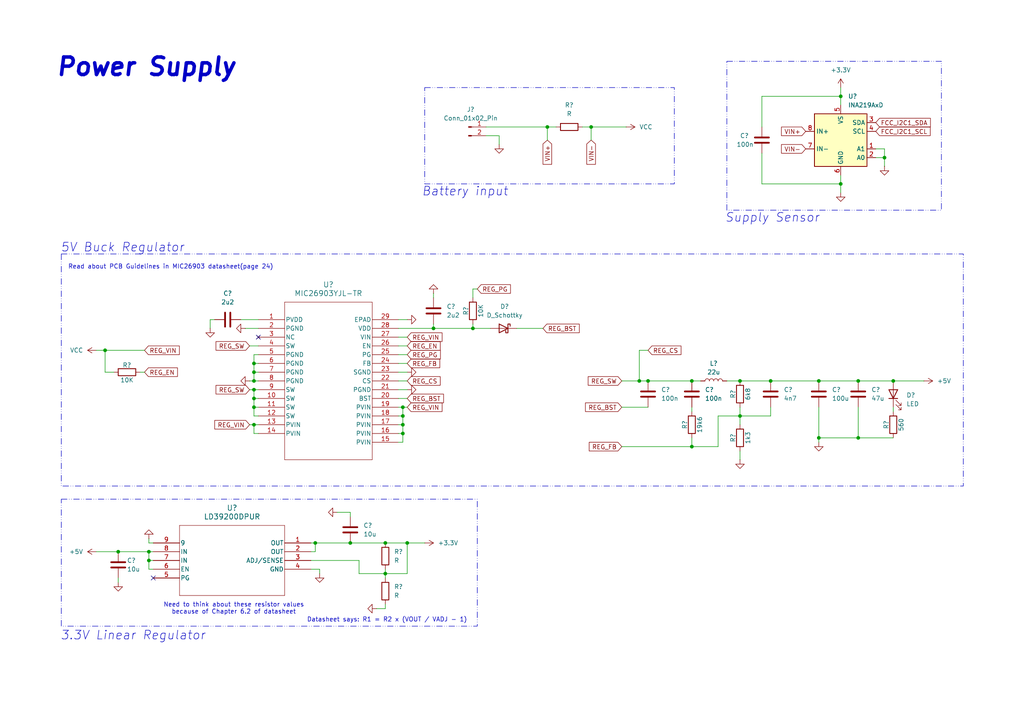
<source format=kicad_sch>
(kicad_sch (version 20250114) (generator "eeschema") (generator_version "9.0")
  (paper "A4")
  (lib_symbols
    (symbol "Connector:Conn_01x02_Pin" (pin_names (offset 1.016) (hide yes))
      (property "Reference" "J" (at 0 2.54 0))
      (property "Value" "Conn_01x02_Pin" (at 0 -5.08 0))
      (symbol "Conn_01x02_Pin_1_1"
        (rectangle (start 0.8636 0.127) (end 0 -0.127) (stroke (width 0.1524)) (fill (type outline)))
        (rectangle (start 0.8636 -2.413) (end 0 -2.667) (stroke (width 0.1524)) (fill (type outline)))
        (polyline (pts (xy 1.27 0) (xy 0.8636 0)) (stroke (width 0.1524)))
        (polyline (pts (xy 1.27 -2.54) (xy 0.8636 -2.54)) (stroke (width 0.1524)))
        (pin passive line (at 5.08 0 180) (length 3.81) (name "Pin_1") (number "1"))
        (pin passive line (at 5.08 -2.54 180) (length 3.81) (name "Pin_2") (number "2"))
      )
    )
    (symbol "Device:C" (pin_numbers (hide yes)) (pin_names (offset 0.254))
      (property "Reference" "C" (at 0.635 2.54 0))
      (property "Value" "C" (at 0.635 -2.54 0))
      (symbol "C_0_1"
        (polyline (pts (xy -2.032 0.762) (xy 2.032 0.762)) (stroke (width 0.508)))
        (polyline (pts (xy -2.032 -0.762) (xy 2.032 -0.762)) (stroke (width 0.508)))
      )
      (symbol "C_1_1"
        (pin passive line (at 0 3.81 270) (length 2.794) (name "~") (number "1"))
        (pin passive line (at 0 -3.81 90) (length 2.794) (name "~") (number "2"))
      )
    )
    (symbol "Device:D_Schottky" (pin_numbers (hide yes)) (pin_names (offset 1.016) (hide yes))
      (property "Reference" "D" (at 0 2.54 0))
      (property "Value" "D_Schottky" (at 0 -2.54 0))
      (symbol "D_Schottky_0_1"
        (polyline (pts (xy -1.905 0.635) (xy -1.905 1.27) (xy -1.27 1.27) (xy -1.27 -1.27) (xy -0.635 -1.27) (xy -0.635 -0.635)) (stroke (width 0.254)))
        (polyline (pts (xy 1.27 1.27) (xy 1.27 -1.27) (xy -1.27 0) (xy 1.27 1.27)) (stroke (width 0.254)))
        (polyline (pts (xy 1.27 0) (xy -1.27 0)))
      )
      (symbol "D_Schottky_1_1"
        (pin passive line (at -3.81 0 0) (length 2.54) (name "K") (number "1"))
        (pin passive line (at 3.81 0 180) (length 2.54) (name "A") (number "2"))
      )
    )
    (symbol "Device:L" (pin_numbers (hide yes)) (pin_names (offset 1.016) (hide yes))
      (property "Reference" "L" (at -1.27 0 90))
      (property "Value" "L" (at 1.905 0 90))
      (symbol "L_0_1"
        (arc (start 0 2.54) (mid 0.6323 1.905) (end 0 1.27))
        (arc (start 0 1.27) (mid 0.6323 0.635) (end 0 0))
        (arc (start 0 0) (mid 0.6323 -0.635) (end 0 -1.27))
        (arc (start 0 -1.27) (mid 0.6323 -1.905) (end 0 -2.54))
      )
      (symbol "L_1_1"
        (pin passive line (at 0 3.81 270) (length 1.27) (name "1") (number "1"))
        (pin passive line (at 0 -3.81 90) (length 1.27) (name "2") (number "2"))
      )
    )
    (symbol "Device:LED" (pin_numbers (hide yes)) (pin_names (offset 1.016) (hide yes))
      (property "Reference" "D" (at 0 2.54 0))
      (property "Value" "LED" (at 0 -2.54 0))
      (symbol "LED_0_1"
        (polyline (pts (xy -3.048 -0.762) (xy -4.572 -2.286) (xy -3.81 -2.286) (xy -4.572 -2.286) (xy -4.572 -1.524)))
        (polyline (pts (xy -1.778 -0.762) (xy -3.302 -2.286) (xy -2.54 -2.286) (xy -3.302 -2.286) (xy -3.302 -1.524)))
        (polyline (pts (xy -1.27 0) (xy 1.27 0)))
        (polyline (pts (xy -1.27 -1.27) (xy -1.27 1.27)) (stroke (width 0.254)))
        (polyline (pts (xy 1.27 -1.27) (xy 1.27 1.27) (xy -1.27 0) (xy 1.27 -1.27)) (stroke (width 0.254)))
      )
      (symbol "LED_1_1"
        (pin passive line (at -3.81 0 0) (length 2.54) (name "K") (number "1"))
        (pin passive line (at 3.81 0 180) (length 2.54) (name "A") (number "2"))
      )
    )
    (symbol "Device:R" (pin_numbers (hide yes)) (pin_names (offset 0))
      (property "Reference" "R" (at 2.032 0 90))
      (property "Value" "R" (at 0 0 90))
      (symbol "R_0_1"
        (rectangle (start -1.016 -2.54) (end 1.016 2.54) (stroke (width 0.254)))
      )
      (symbol "R_1_1"
        (pin passive line (at 0 3.81 270) (length 1.27) (name "~") (number "1"))
        (pin passive line (at 0 -3.81 90) (length 1.27) (name "~") (number "2"))
      )
    )
    (symbol "FCULib:LD39200DPUR" (pin_names (offset 0.254))
      (property "Reference" "U" (at 22.86 10.16 0))
      (property "Value" "LD39200DPUR" (at 22.86 7.62 0))
      (symbol "LD39200DPUR_0_1"
        (polyline (pts (xy 7.62 5.08) (xy 7.62 -15.24)) (stroke (width 0.127)))
        (polyline (pts (xy 7.62 -15.24) (xy 38.1 -15.24)) (stroke (width 0.127)))
        (polyline (pts (xy 38.1 5.08) (xy 7.62 5.08)) (stroke (width 0.127)))
        (polyline (pts (xy 38.1 -15.24) (xy 38.1 5.08)) (stroke (width 0.127)))
        (pin output line (at 0 0 0) (length 7.62) (name "OUT") (number "1"))
        (pin output line (at 0 -2.54 0) (length 7.62) (name "OUT") (number "2"))
        (pin unspecified line (at 0 -5.08 0) (length 7.62) (name "ADJ/SENSE") (number "3"))
        (pin power_out line (at 0 -7.62 0) (length 7.62) (name "GND") (number "4"))
        (pin unspecified line (at 45.72 0 180) (length 7.62) (name "9") (number "9"))
        (pin input line (at 45.72 -2.54 180) (length 7.62) (name "IN") (number "8"))
        (pin input line (at 45.72 -5.08 180) (length 7.62) (name "IN") (number "7"))
        (pin unspecified line (at 45.72 -7.62 180) (length 7.62) (name "EN") (number "6"))
        (pin unspecified line (at 45.72 -10.16 180) (length 7.62) (name "PG") (number "5"))
      )
    )
    (symbol "FCULib:MIC26903YJL-TR" (pin_names (offset 0.254))
      (property "Reference" "U" (at 20.32 10.16 0))
      (property "Value" "MIC26903YJL-TR" (at 20.32 7.62 0))
      (symbol "MIC26903YJL-TR_0_1"
        (polyline (pts (xy 7.62 5.08) (xy 7.62 -40.64)) (stroke (width 0.127)))
        (polyline (pts (xy 7.62 -40.64) (xy 33.02 -40.64)) (stroke (width 0.127)))
        (polyline (pts (xy 33.02 5.08) (xy 7.62 5.08)) (stroke (width 0.127)))
        (polyline (pts (xy 33.02 -40.64) (xy 33.02 5.08)) (stroke (width 0.127)))
        (pin power_in line (at 0 0 0) (length 7.62) (name "PVDD") (number "1"))
        (pin power_in line (at 0 -2.54 0) (length 7.62) (name "PGND") (number "2"))
        (pin no_connect line (at 0 -5.08 0) (length 7.62) (name "NC") (number "3"))
        (pin output line (at 0 -7.62 0) (length 7.62) (name "SW") (number "4"))
        (pin power_in line (at 0 -10.16 0) (length 7.62) (name "PGND") (number "5"))
        (pin power_in line (at 0 -12.7 0) (length 7.62) (name "PGND") (number "6"))
        (pin power_in line (at 0 -15.24 0) (length 7.62) (name "PGND") (number "7"))
        (pin power_in line (at 0 -17.78 0) (length 7.62) (name "PGND") (number "8"))
        (pin output line (at 0 -20.32 0) (length 7.62) (name "SW") (number "9"))
        (pin output line (at 0 -22.86 0) (length 7.62) (name "SW") (number "10"))
        (pin output line (at 0 -25.4 0) (length 7.62) (name "SW") (number "11"))
        (pin output line (at 0 -27.94 0) (length 7.62) (name "SW") (number "12"))
        (pin input line (at 0 -30.48 0) (length 7.62) (name "PVIN") (number "13"))
        (pin input line (at 0 -33.02 0) (length 7.62) (name "PVIN") (number "14"))
        (pin unspecified line (at 40.64 0 180) (length 7.62) (name "EPAD") (number "29"))
        (pin power_in line (at 40.64 -2.54 180) (length 7.62) (name "VDD") (number "28"))
        (pin input line (at 40.64 -5.08 180) (length 7.62) (name "VIN") (number "27"))
        (pin input line (at 40.64 -7.62 180) (length 7.62) (name "EN") (number "26"))
        (pin output line (at 40.64 -10.16 180) (length 7.62) (name "PG") (number "25"))
        (pin input line (at 40.64 -12.7 180) (length 7.62) (name "FB") (number "24"))
        (pin power_in line (at 40.64 -15.24 180) (length 7.62) (name "SGND") (number "23"))
        (pin input line (at 40.64 -17.78 180) (length 7.62) (name "CS") (number "22"))
        (pin power_in line (at 40.64 -20.32 180) (length 7.62) (name "PGND") (number "21"))
        (pin output line (at 40.64 -22.86 180) (length 7.62) (name "BST") (number "20"))
        (pin input line (at 40.64 -25.4 180) (length 7.62) (name "PVIN") (number "19"))
        (pin input line (at 40.64 -27.94 180) (length 7.62) (name "PVIN") (number "18"))
        (pin input line (at 40.64 -30.48 180) (length 7.62) (name "PVIN") (number "17"))
        (pin input line (at 40.64 -33.02 180) (length 7.62) (name "PVIN") (number "16"))
        (pin input line (at 40.64 -35.56 180) (length 7.62) (name "PVIN") (number "15"))
      )
    )
    (symbol "Sensor_Energy:INA219AxD"
      (property "Reference" "U" (at -6.35 8.89 0))
      (property "Value" "INA219AxD" (at 5.08 8.89 0))
      (symbol "INA219AxD_0_1"
        (rectangle (start -7.62 7.62) (end 7.62 -7.62) (stroke (width 0.254)) (fill (type background)))
      )
      (symbol "INA219AxD_1_1"
        (pin input line (at -10.16 2.54 0) (length 2.54) (name "IN+") (number "8"))
        (pin input line (at -10.16 -2.54 0) (length 2.54) (name "IN-") (number "7"))
        (pin power_in line (at 0 10.16 270) (length 2.54) (name "VS") (number "5"))
        (pin power_in line (at 0 -10.16 90) (length 2.54) (name "GND") (number "6"))
        (pin bidirectional line (at 10.16 5.08 180) (length 2.54) (name "SDA") (number "3"))
        (pin input line (at 10.16 2.54 180) (length 2.54) (name "SCL") (number "4"))
        (pin input line (at 10.16 -2.54 180) (length 2.54) (name "A1") (number "1"))
        (pin input line (at 10.16 -5.08 180) (length 2.54) (name "A0") (number "2"))
      )
    )
    (symbol "power:+3.3V" (power) (pin_numbers (hide yes)) (pin_names (offset 0) (hide yes))
      (property "Value" "+3.3V" (at 0 3.556 0))
      (symbol "+3.3V_0_1"
        (polyline (pts (xy -0.762 1.27) (xy 0 2.54)))
        (polyline (pts (xy 0 2.54) (xy 0.762 1.27)))
        (polyline (pts (xy 0 0) (xy 0 2.54)))
      )
      (symbol "+3.3V_1_1"
        (pin power_in line (at 0 0 90) (length 0) (name "~") (number "1"))
      )
    )
    (symbol "power:+5V" (power) (pin_numbers (hide yes)) (pin_names (offset 0) (hide yes))
      (property "Value" "+5V" (at 0 3.556 0))
      (symbol "+5V_0_1"
        (polyline (pts (xy -0.762 1.27) (xy 0 2.54)))
        (polyline (pts (xy 0 2.54) (xy 0.762 1.27)))
        (polyline (pts (xy 0 0) (xy 0 2.54)))
      )
      (symbol "+5V_1_1"
        (pin power_in line (at 0 0 90) (length 0) (name "~") (number "1"))
      )
    )
    (symbol "power:GND" (power) (pin_numbers (hide yes)) (pin_names (offset 0) (hide yes))
      (property "Value" "GND" (at 0 -3.81 0))
      (symbol "GND_0_1"
        (polyline (pts (xy 0 0) (xy 0 -1.27) (xy 1.27 -1.27) (xy 0 -2.54) (xy -1.27 -1.27) (xy 0 -1.27)))
      )
      (symbol "GND_1_1"
        (pin power_in line (at 0 0 270) (length 0) (name "~") (number "1"))
      )
    )
    (symbol "power:VCC" (power) (pin_numbers (hide yes)) (pin_names (offset 0) (hide yes))
      (property "Value" "VCC" (at 0 3.556 0))
      (symbol "VCC_0_1"
        (polyline (pts (xy -0.762 1.27) (xy 0 2.54)))
        (polyline (pts (xy 0 2.54) (xy 0.762 1.27)))
        (polyline (pts (xy 0 0) (xy 0 2.54)))
      )
      (symbol "VCC_1_1"
        (pin power_in line (at 0 0 90) (length 0) (name "~") (number "1"))
      )
    )
  )
  (rectangle (start 210.82 17.78) (end 273.05 60.96) (stroke (width 0) (type dash_dot_dot)))
  (rectangle (start 17.78 73.66) (end 279.4 140.97) (stroke (width 0) (type dash_dot_dot)))
  (rectangle (start 17.78 144.78) (end 138.43 181.61) (stroke (width 0) (type dash_dot_dot)))
  (rectangle (start 123.19 25.4) (end 195.58 53.34) (stroke (width 0) (type dash_dot_dot)))
  (text "5V Buck Regulator" (at 35.56 71.882 0) (effects (font (size 2.54 2.54) (italic yes))))
  (text "Battery input" (at 134.874 55.626 0) (effects (font (size 2.54 2.54) (italic yes))))
  (text "Supply Sensor" (at 224.028 63.246 0) (effects (font (size 2.54 2.54) (italic yes))))
  (text "Need to think about these resistor values\nbecause of Chapter 6.2 of datasheet" (at 67.818 176.53 0) (effects (font (size 1.27 1.27))))
  (text "3.3V Linear Regulator" (at 38.608 184.404 0) (effects (font (size 2.54 2.54) (italic yes))))
  (text "Power Supply" (at 42.418 19.558 0) (effects (font (size 5.08 5.08) (thickness 1.016) (bold yes) (italic yes))))
  (text "Datasheet says: R1 = R2 x (VOUT / VADJ - 1)" (at 112.268 179.832 0) (effects (font (size 1.27 1.27))))
  (text "Read about PCB Guidelines in MIC26903 datasheet(page 24)\n" (at 49.53 77.47 0) (effects (font (size 1.27 1.27))))
  (junction (at 43.18 162.56))
  (junction (at 237.49 110.49))
  (junction (at 101.6 157.48))
  (junction (at 223.52 110.49))
  (junction (at 73.66 105.41))
  (junction (at 248.92 127))
  (junction (at 116.84 118.11))
  (junction (at 200.66 110.49))
  (junction (at 73.66 107.95))
  (junction (at 34.29 160.02))
  (junction (at 259.08 110.49))
  (junction (at 43.18 160.02))
  (junction (at 73.66 115.57))
  (junction (at 214.63 110.49))
  (junction (at 137.16 95.25))
  (junction (at 111.76 166.37))
  (junction (at 116.84 123.19))
  (junction (at 73.66 123.19))
  (junction (at 237.49 127))
  (junction (at 125.73 95.25))
  (junction (at 158.75 36.83))
  (junction (at 200.66 129.54))
  (junction (at 243.84 27.94))
  (junction (at 185.42 110.49))
  (junction (at 116.84 120.65))
  (junction (at 243.84 53.34))
  (junction (at 171.45 36.83))
  (junction (at 73.66 110.49))
  (junction (at 187.96 110.49))
  (junction (at 91.44 157.48))
  (junction (at 116.84 125.73))
  (junction (at 30.48 101.6))
  (junction (at 73.66 113.03))
  (junction (at 248.92 110.49))
  (junction (at 73.66 118.11))
  (junction (at 214.63 120.65))
  (junction (at 111.76 157.48))
  (junction (at 118.11 157.48))
  (junction (at 256.54 45.72))
  (no_connect (at 74.93 97.79))
  (no_connect (at 44.45 167.64))
  (wire (pts (xy 118.11 157.48) (xy 123.19 157.48)))
  (wire (pts (xy 116.84 125.73) (xy 116.84 128.27)))
  (wire (pts (xy 243.84 25.4) (xy 243.84 27.94)))
  (wire (pts (xy 30.48 101.6) (xy 41.91 101.6)))
  (wire (pts (xy 200.66 118.11) (xy 200.66 119.38)))
  (wire (pts (xy 248.92 127) (xy 259.08 127)))
  (wire (pts (xy 256.54 45.72) (xy 254 45.72)))
  (wire (pts (xy 60.96 95.25) (xy 60.96 92.71)))
  (wire (pts (xy 73.66 120.65) (xy 74.93 120.65)))
  (wire (pts (xy 115.57 107.95) (xy 118.11 107.95)))
  (wire (pts (xy 256.54 43.18) (xy 256.54 45.72)))
  (wire (pts (xy 73.66 107.95) (xy 73.66 105.41)))
  (wire (pts (xy 115.57 92.71) (xy 118.11 92.71)))
  (wire (pts (xy 34.29 160.02) (xy 43.18 160.02)))
  (wire (pts (xy 41.91 107.95) (xy 40.64 107.95)))
  (wire (pts (xy 168.91 36.83) (xy 171.45 36.83)))
  (wire (pts (xy 73.66 110.49) (xy 74.93 110.49)))
  (wire (pts (xy 43.18 162.56) (xy 43.18 165.1)))
  (wire (pts (xy 69.85 92.71) (xy 74.93 92.71)))
  (wire (pts (xy 137.16 83.82) (xy 138.43 83.82)))
  (wire (pts (xy 140.97 36.83) (xy 158.75 36.83)))
  (wire (pts (xy 73.66 115.57) (xy 73.66 118.11)))
  (wire (pts (xy 101.6 148.59) (xy 101.6 149.86)))
  (wire (pts (xy 115.57 110.49) (xy 118.11 110.49)))
  (wire (pts (xy 104.14 166.37) (xy 111.76 166.37)))
  (wire (pts (xy 259.08 118.11) (xy 259.08 119.38)))
  (wire (pts (xy 43.18 165.1) (xy 44.45 165.1)))
  (wire (pts (xy 33.02 107.95) (xy 30.48 107.95)))
  (wire (pts (xy 115.57 105.41) (xy 118.11 105.41)))
  (wire (pts (xy 243.84 53.34) (xy 243.84 50.8)))
  (wire (pts (xy 97.79 148.59) (xy 101.6 148.59)))
  (wire (pts (xy 116.84 120.65) (xy 115.57 120.65)))
  (wire (pts (xy 90.17 162.56) (xy 104.14 162.56)))
  (wire (pts (xy 243.84 55.88) (xy 243.84 53.34)))
  (wire (pts (xy 73.66 110.49) (xy 73.66 107.95)))
  (wire (pts (xy 60.96 92.71) (xy 62.23 92.71)))
  (wire (pts (xy 73.66 113.03) (xy 74.93 113.03)))
  (wire (pts (xy 259.08 110.49) (xy 267.97 110.49)))
  (wire (pts (xy 208.28 129.54) (xy 208.28 120.65)))
  (wire (pts (xy 118.11 118.11) (xy 116.84 118.11)))
  (wire (pts (xy 111.76 176.53) (xy 111.76 175.26)))
  (wire (pts (xy 43.18 160.02) (xy 43.18 162.56)))
  (wire (pts (xy 200.66 110.49) (xy 203.2 110.49)))
  (wire (pts (xy 214.63 120.65) (xy 223.52 120.65)))
  (wire (pts (xy 90.17 165.1) (xy 92.71 165.1)))
  (wire (pts (xy 214.63 130.81) (xy 214.63 133.35)))
  (wire (pts (xy 214.63 110.49) (xy 223.52 110.49)))
  (wire (pts (xy 158.75 36.83) (xy 161.29 36.83)))
  (wire (pts (xy 116.84 123.19) (xy 116.84 125.73)))
  (wire (pts (xy 200.66 129.54) (xy 208.28 129.54)))
  (wire (pts (xy 111.76 157.48) (xy 118.11 157.48)))
  (wire (pts (xy 101.6 157.48) (xy 111.76 157.48)))
  (wire (pts (xy 180.34 118.11) (xy 187.96 118.11)))
  (wire (pts (xy 30.48 107.95) (xy 30.48 101.6)))
  (wire (pts (xy 185.42 110.49) (xy 187.96 110.49)))
  (wire (pts (xy 73.66 113.03) (xy 73.66 115.57)))
  (wire (pts (xy 220.98 27.94) (xy 243.84 27.94)))
  (wire (pts (xy 72.39 113.03) (xy 73.66 113.03)))
  (wire (pts (xy 73.66 105.41) (xy 73.66 102.87)))
  (wire (pts (xy 223.52 110.49) (xy 237.49 110.49)))
  (wire (pts (xy 73.66 102.87) (xy 74.93 102.87)))
  (wire (pts (xy 115.57 95.25) (xy 125.73 95.25)))
  (wire (pts (xy 116.84 125.73) (xy 115.57 125.73)))
  (wire (pts (xy 237.49 118.11) (xy 237.49 127)))
  (wire (pts (xy 111.76 166.37) (xy 111.76 167.64)))
  (wire (pts (xy 71.12 95.25) (xy 74.93 95.25)))
  (wire (pts (xy 73.66 107.95) (xy 74.93 107.95)))
  (wire (pts (xy 116.84 118.11) (xy 116.84 120.65)))
  (wire (pts (xy 118.11 166.37) (xy 118.11 157.48)))
  (wire (pts (xy 144.78 39.37) (xy 144.78 41.91)))
  (wire (pts (xy 118.11 97.79) (xy 115.57 97.79)))
  (wire (pts (xy 73.66 118.11) (xy 73.66 120.65)))
  (wire (pts (xy 43.18 162.56) (xy 44.45 162.56)))
  (wire (pts (xy 43.18 157.48) (xy 44.45 157.48)))
  (wire (pts (xy 72.39 123.19) (xy 73.66 123.19)))
  (wire (pts (xy 237.49 127) (xy 248.92 127)))
  (wire (pts (xy 73.66 125.73) (xy 74.93 125.73)))
  (wire (pts (xy 115.57 102.87) (xy 118.11 102.87)))
  (wire (pts (xy 137.16 86.36) (xy 137.16 83.82)))
  (wire (pts (xy 91.44 157.48) (xy 101.6 157.48)))
  (wire (pts (xy 158.75 40.64) (xy 158.75 36.83)))
  (wire (pts (xy 43.18 156.21) (xy 43.18 157.48)))
  (wire (pts (xy 27.94 160.02) (xy 34.29 160.02)))
  (wire (pts (xy 116.84 123.19) (xy 115.57 123.19)))
  (wire (pts (xy 187.96 110.49) (xy 200.66 110.49)))
  (wire (pts (xy 210.82 110.49) (xy 214.63 110.49)))
  (wire (pts (xy 111.76 165.1) (xy 111.76 166.37)))
  (wire (pts (xy 73.66 118.11) (xy 74.93 118.11)))
  (wire (pts (xy 220.98 36.83) (xy 220.98 27.94)))
  (wire (pts (xy 111.76 166.37) (xy 118.11 166.37)))
  (wire (pts (xy 115.57 100.33) (xy 118.11 100.33)))
  (wire (pts (xy 214.63 118.11) (xy 214.63 120.65)))
  (wire (pts (xy 243.84 53.34) (xy 220.98 53.34)))
  (wire (pts (xy 149.86 95.25) (xy 157.48 95.25)))
  (wire (pts (xy 248.92 110.49) (xy 259.08 110.49)))
  (wire (pts (xy 200.66 127) (xy 200.66 129.54)))
  (wire (pts (xy 115.57 113.03) (xy 118.11 113.03)))
  (wire (pts (xy 43.18 160.02) (xy 44.45 160.02)))
  (wire (pts (xy 34.29 167.64) (xy 34.29 168.91)))
  (wire (pts (xy 125.73 95.25) (xy 137.16 95.25)))
  (wire (pts (xy 91.44 157.48) (xy 91.44 160.02)))
  (wire (pts (xy 180.34 129.54) (xy 200.66 129.54)))
  (wire (pts (xy 185.42 101.6) (xy 187.96 101.6)))
  (wire (pts (xy 237.49 127) (xy 237.49 128.27)))
  (wire (pts (xy 237.49 110.49) (xy 248.92 110.49)))
  (wire (pts (xy 137.16 95.25) (xy 142.24 95.25)))
  (wire (pts (xy 220.98 53.34) (xy 220.98 44.45)))
  (wire (pts (xy 125.73 93.98) (xy 125.73 95.25)))
  (wire (pts (xy 73.66 105.41) (xy 74.93 105.41)))
  (wire (pts (xy 243.84 27.94) (xy 243.84 30.48)))
  (wire (pts (xy 115.57 115.57) (xy 118.11 115.57)))
  (wire (pts (xy 254 43.18) (xy 256.54 43.18)))
  (wire (pts (xy 73.66 123.19) (xy 74.93 123.19)))
  (wire (pts (xy 116.84 120.65) (xy 116.84 123.19)))
  (wire (pts (xy 248.92 118.11) (xy 248.92 127)))
  (wire (pts (xy 72.39 100.33) (xy 74.93 100.33)))
  (wire (pts (xy 92.71 165.1) (xy 92.71 166.37)))
  (wire (pts (xy 140.97 39.37) (xy 144.78 39.37)))
  (wire (pts (xy 223.52 120.65) (xy 223.52 118.11)))
  (wire (pts (xy 137.16 93.98) (xy 137.16 95.25)))
  (wire (pts (xy 125.73 85.09) (xy 125.73 86.36)))
  (wire (pts (xy 116.84 118.11) (xy 115.57 118.11)))
  (wire (pts (xy 73.66 115.57) (xy 74.93 115.57)))
  (wire (pts (xy 73.66 123.19) (xy 73.66 125.73)))
  (wire (pts (xy 116.84 128.27) (xy 115.57 128.27)))
  (wire (pts (xy 72.39 110.49) (xy 73.66 110.49)))
  (wire (pts (xy 90.17 160.02) (xy 91.44 160.02)))
  (wire (pts (xy 214.63 120.65) (xy 214.63 123.19)))
  (wire (pts (xy 171.45 40.64) (xy 171.45 36.83)))
  (wire (pts (xy 27.94 101.6) (xy 30.48 101.6)))
  (wire (pts (xy 256.54 48.26) (xy 256.54 45.72)))
  (wire (pts (xy 180.34 110.49) (xy 185.42 110.49)))
  (wire (pts (xy 109.22 176.53) (xy 111.76 176.53)))
  (wire (pts (xy 208.28 120.65) (xy 214.63 120.65)))
  (wire (pts (xy 90.17 157.48) (xy 91.44 157.48)))
  (wire (pts (xy 171.45 36.83) (xy 181.61 36.83)))
  (wire (pts (xy 185.42 110.49) (xy 185.42 101.6)))
  (wire (pts (xy 104.14 162.56) (xy 104.14 166.37)))
  (global_label "REG_PG" (shape input) (at 118.11 102.87 0) (property "Intersheetrefs" "${INTERSHEET_REFS}" (effects (hide yes))))
  (global_label "FCC_I2C1_SCL" (shape input) (at 254 38.1 0) (property "Intersheetrefs" "${INTERSHEET_REFS}" (effects (hide yes))))
  (global_label "VIN-" (shape input) (at 233.68 43.18 180) (property "Intersheetrefs" "${INTERSHEET_REFS}" (effects (hide yes))))
  (global_label "VIN-" (shape input) (at 171.45 40.64 270) (property "Intersheetrefs" "${INTERSHEET_REFS}" (effects (hide yes))))
  (global_label "REG_SW" (shape input) (at 72.39 113.03 180) (property "Intersheetrefs" "${INTERSHEET_REFS}" (effects (hide yes))))
  (global_label "REG_BST" (shape input) (at 118.11 115.57 0) (property "Intersheetrefs" "${INTERSHEET_REFS}" (effects (hide yes))))
  (global_label "REG_VIN" (shape input) (at 72.39 123.19 180) (property "Intersheetrefs" "${INTERSHEET_REFS}" (effects (hide yes))))
  (global_label "REG_SW" (shape input) (at 180.34 110.49 180) (property "Intersheetrefs" "${INTERSHEET_REFS}" (effects (hide yes))))
  (global_label "REG_PG" (shape input) (at 138.43 83.82 0) (property "Intersheetrefs" "${INTERSHEET_REFS}" (effects (hide yes))))
  (global_label "VIN+" (shape input) (at 233.68 38.1 180) (property "Intersheetrefs" "${INTERSHEET_REFS}" (effects (hide yes))))
  (global_label "REG_BST" (shape input) (at 180.34 118.11 180) (property "Intersheetrefs" "${INTERSHEET_REFS}" (effects (hide yes))))
  (global_label "REG_FB" (shape input) (at 118.11 105.41 0) (property "Intersheetrefs" "${INTERSHEET_REFS}" (effects (hide yes))))
  (global_label "VIN+" (shape input) (at 158.75 40.64 270) (property "Intersheetrefs" "${INTERSHEET_REFS}" (effects (hide yes))))
  (global_label "REG_FB" (shape input) (at 180.34 129.54 180) (property "Intersheetrefs" "${INTERSHEET_REFS}" (effects (hide yes))))
  (global_label "REG_EN" (shape input) (at 41.91 107.95 0) (property "Intersheetrefs" "${INTERSHEET_REFS}" (effects (hide yes))))
  (global_label "REG_EN" (shape input) (at 118.11 100.33 0) (property "Intersheetrefs" "${INTERSHEET_REFS}" (effects (hide yes))))
  (global_label "REG_VIN" (shape input) (at 118.11 118.11 0) (property "Intersheetrefs" "${INTERSHEET_REFS}" (effects (hide yes))))
  (global_label "REG_CS" (shape input) (at 187.96 101.6 0) (property "Intersheetrefs" "${INTERSHEET_REFS}" (effects (hide yes))))
  (global_label "REG_BST" (shape input) (at 157.48 95.25 0) (property "Intersheetrefs" "${INTERSHEET_REFS}" (effects (hide yes))))
  (global_label "FCC_I2C1_SDA" (shape input) (at 254 35.56 0) (property "Intersheetrefs" "${INTERSHEET_REFS}" (effects (hide yes))))
  (global_label "REG_CS" (shape input) (at 118.11 110.49 0) (property "Intersheetrefs" "${INTERSHEET_REFS}" (effects (hide yes))))
  (global_label "REG_SW" (shape input) (at 72.39 100.33 180) (property "Intersheetrefs" "${INTERSHEET_REFS}" (effects (hide yes))))
  (global_label "REG_VIN" (shape input) (at 41.91 101.6 0) (property "Intersheetrefs" "${INTERSHEET_REFS}" (effects (hide yes))))
  (global_label "REG_VIN" (shape input) (at 118.11 97.79 0) (property "Intersheetrefs" "${INTERSHEET_REFS}" (effects (hide yes))))
  (symbol (lib_id "power:VCC") (at 27.94 101.6 90) (unit 1)
    (property "Reference" "#PWR06" (effects (hide yes)))
    (property "Value" "VCC" (at 24.13 101.5999 90) (effects (justify left)))
    (property "Description" "Power symbol creates a global label with name \"VCC\"" (effects (hide yes)))
  )
  (symbol (lib_id "power:+5V") (at 27.94 160.02 90) (unit 1)
    (property "Reference" "#PWR016" (effects (hide yes)))
    (property "Value" "+5V" (at 24.13 160.0199 90) (effects (justify left)))
    (property "Description" "Power symbol creates a global label with name \"+5V\"" (effects (hide yes)))
  )
  (symbol (lib_id "Device:R") (at 165.1 36.83 90) (unit 1)
    (property "Reference" "R?" (at 165.1 30.48 90))
    (property "Value" "R" (at 165.1 33.02 90))
    (property "Description" "Resistor" (effects (hide yes)))
  )
  (symbol (lib_id "power:GND") (at 109.22 176.53 270) (mirror x) (unit 1)
    (property "Reference" "#PWR022" (effects (hide yes)))
    (property "Value" "GND" (effects (hide yes)))
    (property "Description" "Power symbol creates a global label with name \"GND\" , ground" (effects (hide yes)))
  )
  (symbol (lib_id "Device:C") (at 187.96 114.3 180) (unit 1)
    (property "Reference" "C?" (at 191.77 113.0299 0) (effects (justify right)))
    (property "Value" "100n" (at 191.77 115.5699 0) (effects (justify right)))
    (property "Description" "Unpolarized capacitor" (effects (hide yes)))
  )
  (symbol (lib_id "Device:C") (at 248.92 114.3 180) (unit 1)
    (property "Reference" "C?" (at 252.73 113.0299 0) (effects (justify right)))
    (property "Value" "47u" (at 252.73 115.5699 0) (effects (justify right)))
    (property "Description" "Unpolarized capacitor" (effects (hide yes)))
  )
  (symbol (lib_id "Device:R") (at 111.76 171.45 0) (unit 1)
    (property "Reference" "R?" (at 114.3 170.1799 0) (effects (justify left)))
    (property "Value" "R" (at 114.3 172.7199 0) (effects (justify left)))
    (property "Description" "Resistor" (effects (hide yes)))
  )
  (symbol (lib_id "power:+3.3V") (at 243.84 25.4 0) (unit 1)
    (property "Reference" "#PWR03" (effects (hide yes)))
    (property "Value" "+3.3V" (at 243.84 20.32 0))
    (property "Description" "Power symbol creates a global label with name \"+3.3V\"" (effects (hide yes)))
  )
  (symbol (lib_id "power:GND") (at 60.96 95.25 0) (unit 1)
    (property "Reference" "#PWR010" (effects (hide yes)))
    (property "Value" "GND" (effects (hide yes)))
    (property "Description" "Power symbol creates a global label with name \"GND\" , ground" (effects (hide yes)))
  )
  (symbol (lib_id "Device:C") (at 220.98 40.64 0) (unit 1)
    (property "Reference" "C?" (at 214.63 39.37 0) (effects (justify left)))
    (property "Value" "100n" (at 213.614 41.91 0) (effects (justify left)))
    (property "Description" "Unpolarized capacitor" (effects (hide yes)))
  )
  (symbol (lib_id "power:GND") (at 118.11 92.71 90) (mirror x) (unit 1)
    (property "Reference" "#PWR023" (effects (hide yes)))
    (property "Value" "GND" (effects (hide yes)))
    (property "Description" "Power symbol creates a global label with name \"GND\" , ground" (effects (hide yes)))
  )
  (symbol (lib_id "Device:R") (at 214.63 114.3 180) (unit 1)
    (property "Reference" "R?" (at 212.598 114.3 90))
    (property "Value" "6k8" (at 216.916 114.3 90))
    (property "Description" "Resistor" (effects (hide yes)))
  )
  (symbol (lib_id "power:GND") (at 34.29 168.91 0) (mirror y) (unit 1)
    (property "Reference" "#PWR018" (effects (hide yes)))
    (property "Value" "GND" (effects (hide yes)))
    (property "Description" "Power symbol creates a global label with name \"GND\" , ground" (effects (hide yes)))
  )
  (symbol (lib_id "Device:C") (at 125.73 90.17 180) (unit 1)
    (property "Reference" "C?" (at 129.54 88.8999 0) (effects (justify right)))
    (property "Value" "2u2" (at 129.54 91.4399 0) (effects (justify right)))
    (property "Description" "Unpolarized capacitor" (effects (hide yes)))
  )
  (symbol (lib_id "power:GND") (at 243.84 55.88 0) (unit 1)
    (property "Reference" "#PWR04" (effects (hide yes)))
    (property "Value" "GND" (effects (hide yes)))
    (property "Description" "Power symbol creates a global label with name \"GND\" , ground" (effects (hide yes)))
  )
  (symbol (lib_id "power:GND") (at 92.71 166.37 0) (mirror y) (unit 1)
    (property "Reference" "#PWR021" (effects (hide yes)))
    (property "Value" "GND" (effects (hide yes)))
    (property "Description" "Power symbol creates a global label with name \"GND\" , ground" (effects (hide yes)))
  )
  (symbol (lib_id "Sensor_Energy:INA219AxD") (at 243.84 40.64 0) (unit 1)
    (property "Reference" "U?" (at 245.9833 27.94 0) (effects (justify left)))
    (property "Value" "INA219AxD" (at 245.9833 30.48 0) (effects (justify left)))
    (property "Footprint" "Package_SO:SOIC-8_3.9x4.9mm_P1.27mm" (effects (hide yes)))
    (property "Datasheet" "http://www.ti.com/lit/ds/symlink/ina219.pdf" (effects (hide yes)))
    (property "Description" "Zero-Drift, Bidirectional Current/Power Monitor (0-26V) With I2C Interface, SOIC-8" (effects (hide yes)))
  )
  (symbol (lib_id "Device:R") (at 200.66 123.19 180) (unit 1)
    (property "Reference" "R?" (at 198.628 123.19 90))
    (property "Value" "19k6" (at 202.946 123.19 90))
    (property "Description" "Resistor" (effects (hide yes)))
  )
  (symbol (lib_id "Device:C") (at 34.29 163.83 0) (unit 1)
    (property "Reference" "C?" (at 36.83 162.56 0) (effects (justify left)))
    (property "Value" "10u" (at 36.83 165.1 0) (effects (justify left)))
    (property "Description" "Unpolarized capacitor" (effects (hide yes)))
  )
  (symbol (lib_id "power:GND") (at 43.18 156.21 0) (mirror x) (unit 1)
    (property "Reference" "#PWR019" (effects (hide yes)))
    (property "Value" "GND" (effects (hide yes)))
    (property "Description" "Power symbol creates a global label with name \"GND\" , ground" (effects (hide yes)))
  )
  (symbol (lib_id "Device:C") (at 237.49 114.3 180) (unit 1)
    (property "Reference" "C?" (at 241.3 113.0299 0) (effects (justify right)))
    (property "Value" "100u" (at 241.3 115.5699 0) (effects (justify right)))
    (property "Description" "Unpolarized capacitor" (effects (hide yes)))
  )
  (symbol (lib_id "Device:C") (at 66.04 92.71 90) (unit 1)
    (property "Reference" "C?" (at 66.04 85.09 90))
    (property "Value" "2u2" (at 66.04 87.63 90))
    (property "Description" "Unpolarized capacitor" (effects (hide yes)))
  )
  (symbol (lib_id "Device:R") (at 111.76 161.29 0) (unit 1)
    (property "Reference" "R?" (at 114.3 160.0199 0) (effects (justify left)))
    (property "Value" "R" (at 114.3 162.5599 0) (effects (justify left)))
    (property "Description" "Resistor" (effects (hide yes)))
  )
  (symbol (lib_id "power:GND") (at 71.12 95.25 270) (unit 1)
    (property "Reference" "#PWR07" (effects (hide yes)))
    (property "Value" "GND" (effects (hide yes)))
    (property "Description" "Power symbol creates a global label with name \"GND\" , ground" (effects (hide yes)))
  )
  (symbol (lib_id "power:GND") (at 118.11 113.03 90) (mirror x) (unit 1)
    (property "Reference" "#PWR09" (effects (hide yes)))
    (property "Value" "GND" (effects (hide yes)))
    (property "Description" "Power symbol creates a global label with name \"GND\" , ground" (effects (hide yes)))
  )
  (symbol (lib_id "Connector:Conn_01x02_Pin") (at 135.89 36.83 0) (unit 1)
    (property "Reference" "J?" (at 136.525 31.75 0))
    (property "Value" "Conn_01x02_Pin" (at 136.525 34.29 0))
    (property "Description" "Generic connector, single row, 01x02, script generated" (effects (hide yes)))
  )
  (symbol (lib_id "Device:D_Schottky") (at 146.05 95.25 0) (mirror y) (unit 1)
    (property "Reference" "D?" (at 146.3675 88.9 0))
    (property "Value" "D_Schottky" (at 146.3675 91.44 0))
    (property "Description" "Schottky diode" (effects (hide yes)))
  )
  (symbol (lib_id "power:GND") (at 237.49 128.27 0) (unit 1)
    (property "Reference" "#PWR015" (effects (hide yes)))
    (property "Value" "GND" (effects (hide yes)))
    (property "Description" "Power symbol creates a global label with name \"GND\" , ground" (effects (hide yes)))
  )
  (symbol (lib_id "power:GND") (at 72.39 110.49 270) (unit 1)
    (property "Reference" "#PWR08" (effects (hide yes)))
    (property "Value" "GND" (effects (hide yes)))
    (property "Description" "Power symbol creates a global label with name \"GND\" , ground" (effects (hide yes)))
  )
  (symbol (lib_id "power:GND") (at 118.11 107.95 90) (mirror x) (unit 1)
    (property "Reference" "#PWR011" (effects (hide yes)))
    (property "Value" "GND" (effects (hide yes)))
    (property "Description" "Power symbol creates a global label with name \"GND\" , ground" (effects (hide yes)))
  )
  (symbol (lib_id "power:+3.3V") (at 123.19 157.48 270) (unit 1)
    (property "Reference" "#PWR017" (effects (hide yes)))
    (property "Value" "+3.3V" (at 127 157.4799 90) (effects (justify left)))
    (property "Description" "Power symbol creates a global label with name \"+3.3V\"" (effects (hide yes)))
  )
  (symbol (lib_id "Device:R") (at 259.08 123.19 180) (unit 1)
    (property "Reference" "R?" (at 257.048 123.19 90))
    (property "Value" "560" (at 261.366 123.19 90))
    (property "Description" "Resistor" (effects (hide yes)))
  )
  (symbol (lib_id "Device:R") (at 137.16 90.17 180) (unit 1)
    (property "Reference" "R?" (at 135.128 90.17 90))
    (property "Value" "10K" (at 139.446 90.17 90))
    (property "Description" "Resistor" (effects (hide yes)))
  )
  (symbol (lib_id "power:GND") (at 144.78 41.91 0) (unit 1)
    (property "Reference" "#PWR01" (effects (hide yes)))
    (property "Value" "GND" (effects (hide yes)))
    (property "Description" "Power symbol creates a global label with name \"GND\" , ground" (effects (hide yes)))
  )
  (symbol (lib_id "Device:R") (at 214.63 127 180) (unit 1)
    (property "Reference" "R?" (at 212.598 127 90))
    (property "Value" "1k3" (at 216.916 127 90))
    (property "Description" "Resistor" (effects (hide yes)))
  )
  (symbol (lib_id "power:GND") (at 256.54 48.26 0) (unit 1)
    (property "Reference" "#PWR05" (effects (hide yes)))
    (property "Value" "GND" (effects (hide yes)))
    (property "Description" "Power symbol creates a global label with name \"GND\" , ground" (effects (hide yes)))
  )
  (symbol (lib_id "power:+5V") (at 267.97 110.49 270) (unit 1)
    (property "Reference" "#PWR014" (effects (hide yes)))
    (property "Value" "+5V" (at 271.78 110.4899 90) (effects (justify left)))
    (property "Description" "Power symbol creates a global label with name \"+5V\"" (effects (hide yes)))
  )
  (symbol (lib_id "FCULib:MIC26903YJL-TR") (at 74.93 92.71 0) (unit 1)
    (property "Reference" "U?" (at 95.25 82.55 0) (effects (font (size 1.524 1.524))))
    (property "Value" "MIC26903YJL-TR" (at 95.25 85.09 0) (effects (font (size 1.524 1.524))))
    (property "Footprint" "FCULib:MLF28_5X6_MCH" (effects (hide yes)))
    (property "Datasheet" "https://ww1.microchip.com/downloads/en/DeviceDoc/MIC26903.pdf" (effects (hide yes)))
  )
  (symbol (lib_id "power:GND") (at 214.63 133.35 0) (unit 1)
    (property "Reference" "#PWR013" (effects (hide yes)))
    (property "Value" "GND" (effects (hide yes)))
    (property "Description" "Power symbol creates a global label with name \"GND\" , ground" (effects (hide yes)))
  )
  (symbol (lib_id "Device:LED") (at 259.08 114.3 90) (unit 1)
    (property "Reference" "D?" (at 262.89 114.6174 90) (effects (justify right)))
    (property "Value" "LED" (at 262.89 117.1574 90) (effects (justify right)))
    (property "Description" "Light emitting diode" (effects (hide yes)))
    (property "Sim.Pins" "1=K 2=A" (effects (hide yes)))
  )
  (symbol (lib_id "Device:C") (at 101.6 153.67 0) (unit 1)
    (property "Reference" "C?" (at 105.41 152.3999 0) (effects (justify left)))
    (property "Value" "10u" (at 105.41 154.9399 0) (effects (justify left)))
    (property "Description" "Unpolarized capacitor" (effects (hide yes)))
  )
  (symbol (lib_id "power:GND") (at 125.73 85.09 180) (unit 1)
    (property "Reference" "#PWR012" (effects (hide yes)))
    (property "Value" "GND" (effects (hide yes)))
    (property "Description" "Power symbol creates a global label with name \"GND\" , ground" (effects (hide yes)))
  )
  (symbol (lib_id "Device:R") (at 36.83 107.95 90) (unit 1)
    (property "Reference" "R?" (at 36.83 105.918 90))
    (property "Value" "10K" (at 36.83 110.236 90))
    (property "Description" "Resistor" (effects (hide yes)))
  )
  (symbol (lib_id "Device:C") (at 200.66 114.3 180) (unit 1)
    (property "Reference" "C?" (at 204.47 113.0299 0) (effects (justify right)))
    (property "Value" "100n" (at 204.47 115.5699 0) (effects (justify right)))
    (property "Description" "Unpolarized capacitor" (effects (hide yes)))
  )
  (symbol (lib_id "FCULib:LD39200DPUR") (at 90.17 157.48 0) (mirror y) (unit 1)
    (property "Reference" "U?" (at 67.31 147.32 0) (effects (font (size 1.524 1.524))))
    (property "Value" "LD39200DPUR" (at 67.31 149.86 0) (effects (font (size 1.524 1.524))))
    (property "Footprint" "FCULib:SON_0DPUR_STM" (effects (hide yes)))
    (property "Datasheet" "https://www.st.com/resource/en/datasheet/ld39200.pdf" (effects (hide yes)))
  )
  (symbol (lib_id "power:GND") (at 97.79 148.59 270) (mirror x) (unit 1)
    (property "Reference" "#PWR020" (effects (hide yes)))
    (property "Value" "GND" (effects (hide yes)))
    (property "Description" "Power symbol creates a global label with name \"GND\" , ground" (effects (hide yes)))
  )
  (symbol (lib_id "power:VCC") (at 181.61 36.83 270) (unit 1)
    (property "Reference" "#PWR02" (effects (hide yes)))
    (property "Value" "VCC" (at 185.42 36.8299 90) (effects (justify left)))
    (property "Description" "Power symbol creates a global label with name \"VCC\"" (effects (hide yes)))
  )
  (symbol (lib_id "Device:C") (at 223.52 114.3 180) (unit 1)
    (property "Reference" "C?" (at 227.33 113.0299 0) (effects (justify right)))
    (property "Value" "4n7" (at 227.33 115.5699 0) (effects (justify right)))
    (property "Description" "Unpolarized capacitor" (effects (hide yes)))
  )
  (symbol (lib_id "Device:L") (at 207.01 110.49 90) (unit 1)
    (property "Reference" "L?" (at 207.01 105.41 90))
    (property "Value" "22u" (at 207.01 107.95 90))
    (property "Description" "Inductor" (effects (hide yes)))
  )
)
</source>
